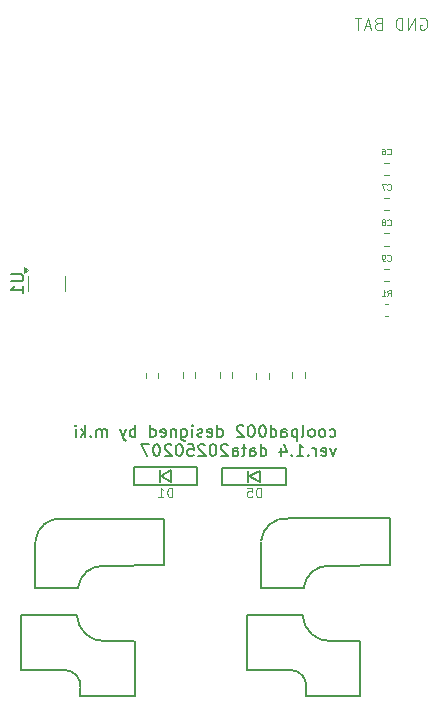
<source format=gbr>
%TF.GenerationSoftware,KiCad,Pcbnew,8.0.7*%
%TF.CreationDate,2025-02-07T09:21:37+09:00*%
%TF.ProjectId,coolpad002,636f6f6c-7061-4643-9030-322e6b696361,rev?*%
%TF.SameCoordinates,Original*%
%TF.FileFunction,Legend,Bot*%
%TF.FilePolarity,Positive*%
%FSLAX46Y46*%
G04 Gerber Fmt 4.6, Leading zero omitted, Abs format (unit mm)*
G04 Created by KiCad (PCBNEW 8.0.7) date 2025-02-07 09:21:37*
%MOMM*%
%LPD*%
G01*
G04 APERTURE LIST*
%ADD10C,0.100000*%
%ADD11C,0.150000*%
%ADD12C,0.125000*%
%ADD13C,0.062500*%
%ADD14C,0.120000*%
G04 APERTURE END LIST*
D10*
X154262306Y-16020038D02*
X154357544Y-15972419D01*
X154357544Y-15972419D02*
X154500401Y-15972419D01*
X154500401Y-15972419D02*
X154643258Y-16020038D01*
X154643258Y-16020038D02*
X154738496Y-16115276D01*
X154738496Y-16115276D02*
X154786115Y-16210514D01*
X154786115Y-16210514D02*
X154833734Y-16400990D01*
X154833734Y-16400990D02*
X154833734Y-16543847D01*
X154833734Y-16543847D02*
X154786115Y-16734323D01*
X154786115Y-16734323D02*
X154738496Y-16829561D01*
X154738496Y-16829561D02*
X154643258Y-16924800D01*
X154643258Y-16924800D02*
X154500401Y-16972419D01*
X154500401Y-16972419D02*
X154405163Y-16972419D01*
X154405163Y-16972419D02*
X154262306Y-16924800D01*
X154262306Y-16924800D02*
X154214687Y-16877180D01*
X154214687Y-16877180D02*
X154214687Y-16543847D01*
X154214687Y-16543847D02*
X154405163Y-16543847D01*
X153786115Y-16972419D02*
X153786115Y-15972419D01*
X153786115Y-15972419D02*
X153214687Y-16972419D01*
X153214687Y-16972419D02*
X153214687Y-15972419D01*
X152738496Y-16972419D02*
X152738496Y-15972419D01*
X152738496Y-15972419D02*
X152500401Y-15972419D01*
X152500401Y-15972419D02*
X152357544Y-16020038D01*
X152357544Y-16020038D02*
X152262306Y-16115276D01*
X152262306Y-16115276D02*
X152214687Y-16210514D01*
X152214687Y-16210514D02*
X152167068Y-16400990D01*
X152167068Y-16400990D02*
X152167068Y-16543847D01*
X152167068Y-16543847D02*
X152214687Y-16734323D01*
X152214687Y-16734323D02*
X152262306Y-16829561D01*
X152262306Y-16829561D02*
X152357544Y-16924800D01*
X152357544Y-16924800D02*
X152500401Y-16972419D01*
X152500401Y-16972419D02*
X152738496Y-16972419D01*
X150643258Y-16448609D02*
X150500401Y-16496228D01*
X150500401Y-16496228D02*
X150452782Y-16543847D01*
X150452782Y-16543847D02*
X150405163Y-16639085D01*
X150405163Y-16639085D02*
X150405163Y-16781942D01*
X150405163Y-16781942D02*
X150452782Y-16877180D01*
X150452782Y-16877180D02*
X150500401Y-16924800D01*
X150500401Y-16924800D02*
X150595639Y-16972419D01*
X150595639Y-16972419D02*
X150976591Y-16972419D01*
X150976591Y-16972419D02*
X150976591Y-15972419D01*
X150976591Y-15972419D02*
X150643258Y-15972419D01*
X150643258Y-15972419D02*
X150548020Y-16020038D01*
X150548020Y-16020038D02*
X150500401Y-16067657D01*
X150500401Y-16067657D02*
X150452782Y-16162895D01*
X150452782Y-16162895D02*
X150452782Y-16258133D01*
X150452782Y-16258133D02*
X150500401Y-16353371D01*
X150500401Y-16353371D02*
X150548020Y-16400990D01*
X150548020Y-16400990D02*
X150643258Y-16448609D01*
X150643258Y-16448609D02*
X150976591Y-16448609D01*
X150024210Y-16686704D02*
X149548020Y-16686704D01*
X150119448Y-16972419D02*
X149786115Y-15972419D01*
X149786115Y-15972419D02*
X149452782Y-16972419D01*
X149262305Y-15972419D02*
X148690877Y-15972419D01*
X148976591Y-16972419D02*
X148976591Y-15972419D01*
D11*
X146594649Y-51412256D02*
X146689887Y-51459875D01*
X146689887Y-51459875D02*
X146880363Y-51459875D01*
X146880363Y-51459875D02*
X146975601Y-51412256D01*
X146975601Y-51412256D02*
X147023220Y-51364636D01*
X147023220Y-51364636D02*
X147070839Y-51269398D01*
X147070839Y-51269398D02*
X147070839Y-50983684D01*
X147070839Y-50983684D02*
X147023220Y-50888446D01*
X147023220Y-50888446D02*
X146975601Y-50840827D01*
X146975601Y-50840827D02*
X146880363Y-50793208D01*
X146880363Y-50793208D02*
X146689887Y-50793208D01*
X146689887Y-50793208D02*
X146594649Y-50840827D01*
X146023220Y-51459875D02*
X146118458Y-51412256D01*
X146118458Y-51412256D02*
X146166077Y-51364636D01*
X146166077Y-51364636D02*
X146213696Y-51269398D01*
X146213696Y-51269398D02*
X146213696Y-50983684D01*
X146213696Y-50983684D02*
X146166077Y-50888446D01*
X146166077Y-50888446D02*
X146118458Y-50840827D01*
X146118458Y-50840827D02*
X146023220Y-50793208D01*
X146023220Y-50793208D02*
X145880363Y-50793208D01*
X145880363Y-50793208D02*
X145785125Y-50840827D01*
X145785125Y-50840827D02*
X145737506Y-50888446D01*
X145737506Y-50888446D02*
X145689887Y-50983684D01*
X145689887Y-50983684D02*
X145689887Y-51269398D01*
X145689887Y-51269398D02*
X145737506Y-51364636D01*
X145737506Y-51364636D02*
X145785125Y-51412256D01*
X145785125Y-51412256D02*
X145880363Y-51459875D01*
X145880363Y-51459875D02*
X146023220Y-51459875D01*
X145118458Y-51459875D02*
X145213696Y-51412256D01*
X145213696Y-51412256D02*
X145261315Y-51364636D01*
X145261315Y-51364636D02*
X145308934Y-51269398D01*
X145308934Y-51269398D02*
X145308934Y-50983684D01*
X145308934Y-50983684D02*
X145261315Y-50888446D01*
X145261315Y-50888446D02*
X145213696Y-50840827D01*
X145213696Y-50840827D02*
X145118458Y-50793208D01*
X145118458Y-50793208D02*
X144975601Y-50793208D01*
X144975601Y-50793208D02*
X144880363Y-50840827D01*
X144880363Y-50840827D02*
X144832744Y-50888446D01*
X144832744Y-50888446D02*
X144785125Y-50983684D01*
X144785125Y-50983684D02*
X144785125Y-51269398D01*
X144785125Y-51269398D02*
X144832744Y-51364636D01*
X144832744Y-51364636D02*
X144880363Y-51412256D01*
X144880363Y-51412256D02*
X144975601Y-51459875D01*
X144975601Y-51459875D02*
X145118458Y-51459875D01*
X144213696Y-51459875D02*
X144308934Y-51412256D01*
X144308934Y-51412256D02*
X144356553Y-51317017D01*
X144356553Y-51317017D02*
X144356553Y-50459875D01*
X143832743Y-50793208D02*
X143832743Y-51793208D01*
X143832743Y-50840827D02*
X143737505Y-50793208D01*
X143737505Y-50793208D02*
X143547029Y-50793208D01*
X143547029Y-50793208D02*
X143451791Y-50840827D01*
X143451791Y-50840827D02*
X143404172Y-50888446D01*
X143404172Y-50888446D02*
X143356553Y-50983684D01*
X143356553Y-50983684D02*
X143356553Y-51269398D01*
X143356553Y-51269398D02*
X143404172Y-51364636D01*
X143404172Y-51364636D02*
X143451791Y-51412256D01*
X143451791Y-51412256D02*
X143547029Y-51459875D01*
X143547029Y-51459875D02*
X143737505Y-51459875D01*
X143737505Y-51459875D02*
X143832743Y-51412256D01*
X142499410Y-51459875D02*
X142499410Y-50936065D01*
X142499410Y-50936065D02*
X142547029Y-50840827D01*
X142547029Y-50840827D02*
X142642267Y-50793208D01*
X142642267Y-50793208D02*
X142832743Y-50793208D01*
X142832743Y-50793208D02*
X142927981Y-50840827D01*
X142499410Y-51412256D02*
X142594648Y-51459875D01*
X142594648Y-51459875D02*
X142832743Y-51459875D01*
X142832743Y-51459875D02*
X142927981Y-51412256D01*
X142927981Y-51412256D02*
X142975600Y-51317017D01*
X142975600Y-51317017D02*
X142975600Y-51221779D01*
X142975600Y-51221779D02*
X142927981Y-51126541D01*
X142927981Y-51126541D02*
X142832743Y-51078922D01*
X142832743Y-51078922D02*
X142594648Y-51078922D01*
X142594648Y-51078922D02*
X142499410Y-51031303D01*
X141594648Y-51459875D02*
X141594648Y-50459875D01*
X141594648Y-51412256D02*
X141689886Y-51459875D01*
X141689886Y-51459875D02*
X141880362Y-51459875D01*
X141880362Y-51459875D02*
X141975600Y-51412256D01*
X141975600Y-51412256D02*
X142023219Y-51364636D01*
X142023219Y-51364636D02*
X142070838Y-51269398D01*
X142070838Y-51269398D02*
X142070838Y-50983684D01*
X142070838Y-50983684D02*
X142023219Y-50888446D01*
X142023219Y-50888446D02*
X141975600Y-50840827D01*
X141975600Y-50840827D02*
X141880362Y-50793208D01*
X141880362Y-50793208D02*
X141689886Y-50793208D01*
X141689886Y-50793208D02*
X141594648Y-50840827D01*
X140927981Y-50459875D02*
X140832743Y-50459875D01*
X140832743Y-50459875D02*
X140737505Y-50507494D01*
X140737505Y-50507494D02*
X140689886Y-50555113D01*
X140689886Y-50555113D02*
X140642267Y-50650351D01*
X140642267Y-50650351D02*
X140594648Y-50840827D01*
X140594648Y-50840827D02*
X140594648Y-51078922D01*
X140594648Y-51078922D02*
X140642267Y-51269398D01*
X140642267Y-51269398D02*
X140689886Y-51364636D01*
X140689886Y-51364636D02*
X140737505Y-51412256D01*
X140737505Y-51412256D02*
X140832743Y-51459875D01*
X140832743Y-51459875D02*
X140927981Y-51459875D01*
X140927981Y-51459875D02*
X141023219Y-51412256D01*
X141023219Y-51412256D02*
X141070838Y-51364636D01*
X141070838Y-51364636D02*
X141118457Y-51269398D01*
X141118457Y-51269398D02*
X141166076Y-51078922D01*
X141166076Y-51078922D02*
X141166076Y-50840827D01*
X141166076Y-50840827D02*
X141118457Y-50650351D01*
X141118457Y-50650351D02*
X141070838Y-50555113D01*
X141070838Y-50555113D02*
X141023219Y-50507494D01*
X141023219Y-50507494D02*
X140927981Y-50459875D01*
X139975600Y-50459875D02*
X139880362Y-50459875D01*
X139880362Y-50459875D02*
X139785124Y-50507494D01*
X139785124Y-50507494D02*
X139737505Y-50555113D01*
X139737505Y-50555113D02*
X139689886Y-50650351D01*
X139689886Y-50650351D02*
X139642267Y-50840827D01*
X139642267Y-50840827D02*
X139642267Y-51078922D01*
X139642267Y-51078922D02*
X139689886Y-51269398D01*
X139689886Y-51269398D02*
X139737505Y-51364636D01*
X139737505Y-51364636D02*
X139785124Y-51412256D01*
X139785124Y-51412256D02*
X139880362Y-51459875D01*
X139880362Y-51459875D02*
X139975600Y-51459875D01*
X139975600Y-51459875D02*
X140070838Y-51412256D01*
X140070838Y-51412256D02*
X140118457Y-51364636D01*
X140118457Y-51364636D02*
X140166076Y-51269398D01*
X140166076Y-51269398D02*
X140213695Y-51078922D01*
X140213695Y-51078922D02*
X140213695Y-50840827D01*
X140213695Y-50840827D02*
X140166076Y-50650351D01*
X140166076Y-50650351D02*
X140118457Y-50555113D01*
X140118457Y-50555113D02*
X140070838Y-50507494D01*
X140070838Y-50507494D02*
X139975600Y-50459875D01*
X139261314Y-50555113D02*
X139213695Y-50507494D01*
X139213695Y-50507494D02*
X139118457Y-50459875D01*
X139118457Y-50459875D02*
X138880362Y-50459875D01*
X138880362Y-50459875D02*
X138785124Y-50507494D01*
X138785124Y-50507494D02*
X138737505Y-50555113D01*
X138737505Y-50555113D02*
X138689886Y-50650351D01*
X138689886Y-50650351D02*
X138689886Y-50745589D01*
X138689886Y-50745589D02*
X138737505Y-50888446D01*
X138737505Y-50888446D02*
X139308933Y-51459875D01*
X139308933Y-51459875D02*
X138689886Y-51459875D01*
X137070838Y-51459875D02*
X137070838Y-50459875D01*
X137070838Y-51412256D02*
X137166076Y-51459875D01*
X137166076Y-51459875D02*
X137356552Y-51459875D01*
X137356552Y-51459875D02*
X137451790Y-51412256D01*
X137451790Y-51412256D02*
X137499409Y-51364636D01*
X137499409Y-51364636D02*
X137547028Y-51269398D01*
X137547028Y-51269398D02*
X137547028Y-50983684D01*
X137547028Y-50983684D02*
X137499409Y-50888446D01*
X137499409Y-50888446D02*
X137451790Y-50840827D01*
X137451790Y-50840827D02*
X137356552Y-50793208D01*
X137356552Y-50793208D02*
X137166076Y-50793208D01*
X137166076Y-50793208D02*
X137070838Y-50840827D01*
X136213695Y-51412256D02*
X136308933Y-51459875D01*
X136308933Y-51459875D02*
X136499409Y-51459875D01*
X136499409Y-51459875D02*
X136594647Y-51412256D01*
X136594647Y-51412256D02*
X136642266Y-51317017D01*
X136642266Y-51317017D02*
X136642266Y-50936065D01*
X136642266Y-50936065D02*
X136594647Y-50840827D01*
X136594647Y-50840827D02*
X136499409Y-50793208D01*
X136499409Y-50793208D02*
X136308933Y-50793208D01*
X136308933Y-50793208D02*
X136213695Y-50840827D01*
X136213695Y-50840827D02*
X136166076Y-50936065D01*
X136166076Y-50936065D02*
X136166076Y-51031303D01*
X136166076Y-51031303D02*
X136642266Y-51126541D01*
X135785123Y-51412256D02*
X135689885Y-51459875D01*
X135689885Y-51459875D02*
X135499409Y-51459875D01*
X135499409Y-51459875D02*
X135404171Y-51412256D01*
X135404171Y-51412256D02*
X135356552Y-51317017D01*
X135356552Y-51317017D02*
X135356552Y-51269398D01*
X135356552Y-51269398D02*
X135404171Y-51174160D01*
X135404171Y-51174160D02*
X135499409Y-51126541D01*
X135499409Y-51126541D02*
X135642266Y-51126541D01*
X135642266Y-51126541D02*
X135737504Y-51078922D01*
X135737504Y-51078922D02*
X135785123Y-50983684D01*
X135785123Y-50983684D02*
X135785123Y-50936065D01*
X135785123Y-50936065D02*
X135737504Y-50840827D01*
X135737504Y-50840827D02*
X135642266Y-50793208D01*
X135642266Y-50793208D02*
X135499409Y-50793208D01*
X135499409Y-50793208D02*
X135404171Y-50840827D01*
X134927980Y-51459875D02*
X134927980Y-50793208D01*
X134927980Y-50459875D02*
X134975599Y-50507494D01*
X134975599Y-50507494D02*
X134927980Y-50555113D01*
X134927980Y-50555113D02*
X134880361Y-50507494D01*
X134880361Y-50507494D02*
X134927980Y-50459875D01*
X134927980Y-50459875D02*
X134927980Y-50555113D01*
X134023219Y-50793208D02*
X134023219Y-51602732D01*
X134023219Y-51602732D02*
X134070838Y-51697970D01*
X134070838Y-51697970D02*
X134118457Y-51745589D01*
X134118457Y-51745589D02*
X134213695Y-51793208D01*
X134213695Y-51793208D02*
X134356552Y-51793208D01*
X134356552Y-51793208D02*
X134451790Y-51745589D01*
X134023219Y-51412256D02*
X134118457Y-51459875D01*
X134118457Y-51459875D02*
X134308933Y-51459875D01*
X134308933Y-51459875D02*
X134404171Y-51412256D01*
X134404171Y-51412256D02*
X134451790Y-51364636D01*
X134451790Y-51364636D02*
X134499409Y-51269398D01*
X134499409Y-51269398D02*
X134499409Y-50983684D01*
X134499409Y-50983684D02*
X134451790Y-50888446D01*
X134451790Y-50888446D02*
X134404171Y-50840827D01*
X134404171Y-50840827D02*
X134308933Y-50793208D01*
X134308933Y-50793208D02*
X134118457Y-50793208D01*
X134118457Y-50793208D02*
X134023219Y-50840827D01*
X133547028Y-50793208D02*
X133547028Y-51459875D01*
X133547028Y-50888446D02*
X133499409Y-50840827D01*
X133499409Y-50840827D02*
X133404171Y-50793208D01*
X133404171Y-50793208D02*
X133261314Y-50793208D01*
X133261314Y-50793208D02*
X133166076Y-50840827D01*
X133166076Y-50840827D02*
X133118457Y-50936065D01*
X133118457Y-50936065D02*
X133118457Y-51459875D01*
X132261314Y-51412256D02*
X132356552Y-51459875D01*
X132356552Y-51459875D02*
X132547028Y-51459875D01*
X132547028Y-51459875D02*
X132642266Y-51412256D01*
X132642266Y-51412256D02*
X132689885Y-51317017D01*
X132689885Y-51317017D02*
X132689885Y-50936065D01*
X132689885Y-50936065D02*
X132642266Y-50840827D01*
X132642266Y-50840827D02*
X132547028Y-50793208D01*
X132547028Y-50793208D02*
X132356552Y-50793208D01*
X132356552Y-50793208D02*
X132261314Y-50840827D01*
X132261314Y-50840827D02*
X132213695Y-50936065D01*
X132213695Y-50936065D02*
X132213695Y-51031303D01*
X132213695Y-51031303D02*
X132689885Y-51126541D01*
X131356552Y-51459875D02*
X131356552Y-50459875D01*
X131356552Y-51412256D02*
X131451790Y-51459875D01*
X131451790Y-51459875D02*
X131642266Y-51459875D01*
X131642266Y-51459875D02*
X131737504Y-51412256D01*
X131737504Y-51412256D02*
X131785123Y-51364636D01*
X131785123Y-51364636D02*
X131832742Y-51269398D01*
X131832742Y-51269398D02*
X131832742Y-50983684D01*
X131832742Y-50983684D02*
X131785123Y-50888446D01*
X131785123Y-50888446D02*
X131737504Y-50840827D01*
X131737504Y-50840827D02*
X131642266Y-50793208D01*
X131642266Y-50793208D02*
X131451790Y-50793208D01*
X131451790Y-50793208D02*
X131356552Y-50840827D01*
X130118456Y-51459875D02*
X130118456Y-50459875D01*
X130118456Y-50840827D02*
X130023218Y-50793208D01*
X130023218Y-50793208D02*
X129832742Y-50793208D01*
X129832742Y-50793208D02*
X129737504Y-50840827D01*
X129737504Y-50840827D02*
X129689885Y-50888446D01*
X129689885Y-50888446D02*
X129642266Y-50983684D01*
X129642266Y-50983684D02*
X129642266Y-51269398D01*
X129642266Y-51269398D02*
X129689885Y-51364636D01*
X129689885Y-51364636D02*
X129737504Y-51412256D01*
X129737504Y-51412256D02*
X129832742Y-51459875D01*
X129832742Y-51459875D02*
X130023218Y-51459875D01*
X130023218Y-51459875D02*
X130118456Y-51412256D01*
X129308932Y-50793208D02*
X129070837Y-51459875D01*
X128832742Y-50793208D02*
X129070837Y-51459875D01*
X129070837Y-51459875D02*
X129166075Y-51697970D01*
X129166075Y-51697970D02*
X129213694Y-51745589D01*
X129213694Y-51745589D02*
X129308932Y-51793208D01*
X127689884Y-51459875D02*
X127689884Y-50793208D01*
X127689884Y-50888446D02*
X127642265Y-50840827D01*
X127642265Y-50840827D02*
X127547027Y-50793208D01*
X127547027Y-50793208D02*
X127404170Y-50793208D01*
X127404170Y-50793208D02*
X127308932Y-50840827D01*
X127308932Y-50840827D02*
X127261313Y-50936065D01*
X127261313Y-50936065D02*
X127261313Y-51459875D01*
X127261313Y-50936065D02*
X127213694Y-50840827D01*
X127213694Y-50840827D02*
X127118456Y-50793208D01*
X127118456Y-50793208D02*
X126975599Y-50793208D01*
X126975599Y-50793208D02*
X126880360Y-50840827D01*
X126880360Y-50840827D02*
X126832741Y-50936065D01*
X126832741Y-50936065D02*
X126832741Y-51459875D01*
X126356551Y-51364636D02*
X126308932Y-51412256D01*
X126308932Y-51412256D02*
X126356551Y-51459875D01*
X126356551Y-51459875D02*
X126404170Y-51412256D01*
X126404170Y-51412256D02*
X126356551Y-51364636D01*
X126356551Y-51364636D02*
X126356551Y-51459875D01*
X125880361Y-51459875D02*
X125880361Y-50459875D01*
X125785123Y-51078922D02*
X125499409Y-51459875D01*
X125499409Y-50793208D02*
X125880361Y-51174160D01*
X125070837Y-51459875D02*
X125070837Y-50793208D01*
X125070837Y-50459875D02*
X125118456Y-50507494D01*
X125118456Y-50507494D02*
X125070837Y-50555113D01*
X125070837Y-50555113D02*
X125023218Y-50507494D01*
X125023218Y-50507494D02*
X125070837Y-50459875D01*
X125070837Y-50459875D02*
X125070837Y-50555113D01*
X147118458Y-52403152D02*
X146880363Y-53069819D01*
X146880363Y-53069819D02*
X146642268Y-52403152D01*
X145880363Y-53022200D02*
X145975601Y-53069819D01*
X145975601Y-53069819D02*
X146166077Y-53069819D01*
X146166077Y-53069819D02*
X146261315Y-53022200D01*
X146261315Y-53022200D02*
X146308934Y-52926961D01*
X146308934Y-52926961D02*
X146308934Y-52546009D01*
X146308934Y-52546009D02*
X146261315Y-52450771D01*
X146261315Y-52450771D02*
X146166077Y-52403152D01*
X146166077Y-52403152D02*
X145975601Y-52403152D01*
X145975601Y-52403152D02*
X145880363Y-52450771D01*
X145880363Y-52450771D02*
X145832744Y-52546009D01*
X145832744Y-52546009D02*
X145832744Y-52641247D01*
X145832744Y-52641247D02*
X146308934Y-52736485D01*
X145404172Y-53069819D02*
X145404172Y-52403152D01*
X145404172Y-52593628D02*
X145356553Y-52498390D01*
X145356553Y-52498390D02*
X145308934Y-52450771D01*
X145308934Y-52450771D02*
X145213696Y-52403152D01*
X145213696Y-52403152D02*
X145118458Y-52403152D01*
X144785124Y-52974580D02*
X144737505Y-53022200D01*
X144737505Y-53022200D02*
X144785124Y-53069819D01*
X144785124Y-53069819D02*
X144832743Y-53022200D01*
X144832743Y-53022200D02*
X144785124Y-52974580D01*
X144785124Y-52974580D02*
X144785124Y-53069819D01*
X143785125Y-53069819D02*
X144356553Y-53069819D01*
X144070839Y-53069819D02*
X144070839Y-52069819D01*
X144070839Y-52069819D02*
X144166077Y-52212676D01*
X144166077Y-52212676D02*
X144261315Y-52307914D01*
X144261315Y-52307914D02*
X144356553Y-52355533D01*
X143356553Y-52974580D02*
X143308934Y-53022200D01*
X143308934Y-53022200D02*
X143356553Y-53069819D01*
X143356553Y-53069819D02*
X143404172Y-53022200D01*
X143404172Y-53022200D02*
X143356553Y-52974580D01*
X143356553Y-52974580D02*
X143356553Y-53069819D01*
X142451792Y-52403152D02*
X142451792Y-53069819D01*
X142689887Y-52022200D02*
X142927982Y-52736485D01*
X142927982Y-52736485D02*
X142308935Y-52736485D01*
X140737506Y-53069819D02*
X140737506Y-52069819D01*
X140737506Y-53022200D02*
X140832744Y-53069819D01*
X140832744Y-53069819D02*
X141023220Y-53069819D01*
X141023220Y-53069819D02*
X141118458Y-53022200D01*
X141118458Y-53022200D02*
X141166077Y-52974580D01*
X141166077Y-52974580D02*
X141213696Y-52879342D01*
X141213696Y-52879342D02*
X141213696Y-52593628D01*
X141213696Y-52593628D02*
X141166077Y-52498390D01*
X141166077Y-52498390D02*
X141118458Y-52450771D01*
X141118458Y-52450771D02*
X141023220Y-52403152D01*
X141023220Y-52403152D02*
X140832744Y-52403152D01*
X140832744Y-52403152D02*
X140737506Y-52450771D01*
X139832744Y-53069819D02*
X139832744Y-52546009D01*
X139832744Y-52546009D02*
X139880363Y-52450771D01*
X139880363Y-52450771D02*
X139975601Y-52403152D01*
X139975601Y-52403152D02*
X140166077Y-52403152D01*
X140166077Y-52403152D02*
X140261315Y-52450771D01*
X139832744Y-53022200D02*
X139927982Y-53069819D01*
X139927982Y-53069819D02*
X140166077Y-53069819D01*
X140166077Y-53069819D02*
X140261315Y-53022200D01*
X140261315Y-53022200D02*
X140308934Y-52926961D01*
X140308934Y-52926961D02*
X140308934Y-52831723D01*
X140308934Y-52831723D02*
X140261315Y-52736485D01*
X140261315Y-52736485D02*
X140166077Y-52688866D01*
X140166077Y-52688866D02*
X139927982Y-52688866D01*
X139927982Y-52688866D02*
X139832744Y-52641247D01*
X139499410Y-52403152D02*
X139118458Y-52403152D01*
X139356553Y-52069819D02*
X139356553Y-52926961D01*
X139356553Y-52926961D02*
X139308934Y-53022200D01*
X139308934Y-53022200D02*
X139213696Y-53069819D01*
X139213696Y-53069819D02*
X139118458Y-53069819D01*
X138356553Y-53069819D02*
X138356553Y-52546009D01*
X138356553Y-52546009D02*
X138404172Y-52450771D01*
X138404172Y-52450771D02*
X138499410Y-52403152D01*
X138499410Y-52403152D02*
X138689886Y-52403152D01*
X138689886Y-52403152D02*
X138785124Y-52450771D01*
X138356553Y-53022200D02*
X138451791Y-53069819D01*
X138451791Y-53069819D02*
X138689886Y-53069819D01*
X138689886Y-53069819D02*
X138785124Y-53022200D01*
X138785124Y-53022200D02*
X138832743Y-52926961D01*
X138832743Y-52926961D02*
X138832743Y-52831723D01*
X138832743Y-52831723D02*
X138785124Y-52736485D01*
X138785124Y-52736485D02*
X138689886Y-52688866D01*
X138689886Y-52688866D02*
X138451791Y-52688866D01*
X138451791Y-52688866D02*
X138356553Y-52641247D01*
X137927981Y-52165057D02*
X137880362Y-52117438D01*
X137880362Y-52117438D02*
X137785124Y-52069819D01*
X137785124Y-52069819D02*
X137547029Y-52069819D01*
X137547029Y-52069819D02*
X137451791Y-52117438D01*
X137451791Y-52117438D02*
X137404172Y-52165057D01*
X137404172Y-52165057D02*
X137356553Y-52260295D01*
X137356553Y-52260295D02*
X137356553Y-52355533D01*
X137356553Y-52355533D02*
X137404172Y-52498390D01*
X137404172Y-52498390D02*
X137975600Y-53069819D01*
X137975600Y-53069819D02*
X137356553Y-53069819D01*
X136737505Y-52069819D02*
X136642267Y-52069819D01*
X136642267Y-52069819D02*
X136547029Y-52117438D01*
X136547029Y-52117438D02*
X136499410Y-52165057D01*
X136499410Y-52165057D02*
X136451791Y-52260295D01*
X136451791Y-52260295D02*
X136404172Y-52450771D01*
X136404172Y-52450771D02*
X136404172Y-52688866D01*
X136404172Y-52688866D02*
X136451791Y-52879342D01*
X136451791Y-52879342D02*
X136499410Y-52974580D01*
X136499410Y-52974580D02*
X136547029Y-53022200D01*
X136547029Y-53022200D02*
X136642267Y-53069819D01*
X136642267Y-53069819D02*
X136737505Y-53069819D01*
X136737505Y-53069819D02*
X136832743Y-53022200D01*
X136832743Y-53022200D02*
X136880362Y-52974580D01*
X136880362Y-52974580D02*
X136927981Y-52879342D01*
X136927981Y-52879342D02*
X136975600Y-52688866D01*
X136975600Y-52688866D02*
X136975600Y-52450771D01*
X136975600Y-52450771D02*
X136927981Y-52260295D01*
X136927981Y-52260295D02*
X136880362Y-52165057D01*
X136880362Y-52165057D02*
X136832743Y-52117438D01*
X136832743Y-52117438D02*
X136737505Y-52069819D01*
X136023219Y-52165057D02*
X135975600Y-52117438D01*
X135975600Y-52117438D02*
X135880362Y-52069819D01*
X135880362Y-52069819D02*
X135642267Y-52069819D01*
X135642267Y-52069819D02*
X135547029Y-52117438D01*
X135547029Y-52117438D02*
X135499410Y-52165057D01*
X135499410Y-52165057D02*
X135451791Y-52260295D01*
X135451791Y-52260295D02*
X135451791Y-52355533D01*
X135451791Y-52355533D02*
X135499410Y-52498390D01*
X135499410Y-52498390D02*
X136070838Y-53069819D01*
X136070838Y-53069819D02*
X135451791Y-53069819D01*
X134547029Y-52069819D02*
X135023219Y-52069819D01*
X135023219Y-52069819D02*
X135070838Y-52546009D01*
X135070838Y-52546009D02*
X135023219Y-52498390D01*
X135023219Y-52498390D02*
X134927981Y-52450771D01*
X134927981Y-52450771D02*
X134689886Y-52450771D01*
X134689886Y-52450771D02*
X134594648Y-52498390D01*
X134594648Y-52498390D02*
X134547029Y-52546009D01*
X134547029Y-52546009D02*
X134499410Y-52641247D01*
X134499410Y-52641247D02*
X134499410Y-52879342D01*
X134499410Y-52879342D02*
X134547029Y-52974580D01*
X134547029Y-52974580D02*
X134594648Y-53022200D01*
X134594648Y-53022200D02*
X134689886Y-53069819D01*
X134689886Y-53069819D02*
X134927981Y-53069819D01*
X134927981Y-53069819D02*
X135023219Y-53022200D01*
X135023219Y-53022200D02*
X135070838Y-52974580D01*
X133880362Y-52069819D02*
X133785124Y-52069819D01*
X133785124Y-52069819D02*
X133689886Y-52117438D01*
X133689886Y-52117438D02*
X133642267Y-52165057D01*
X133642267Y-52165057D02*
X133594648Y-52260295D01*
X133594648Y-52260295D02*
X133547029Y-52450771D01*
X133547029Y-52450771D02*
X133547029Y-52688866D01*
X133547029Y-52688866D02*
X133594648Y-52879342D01*
X133594648Y-52879342D02*
X133642267Y-52974580D01*
X133642267Y-52974580D02*
X133689886Y-53022200D01*
X133689886Y-53022200D02*
X133785124Y-53069819D01*
X133785124Y-53069819D02*
X133880362Y-53069819D01*
X133880362Y-53069819D02*
X133975600Y-53022200D01*
X133975600Y-53022200D02*
X134023219Y-52974580D01*
X134023219Y-52974580D02*
X134070838Y-52879342D01*
X134070838Y-52879342D02*
X134118457Y-52688866D01*
X134118457Y-52688866D02*
X134118457Y-52450771D01*
X134118457Y-52450771D02*
X134070838Y-52260295D01*
X134070838Y-52260295D02*
X134023219Y-52165057D01*
X134023219Y-52165057D02*
X133975600Y-52117438D01*
X133975600Y-52117438D02*
X133880362Y-52069819D01*
X133166076Y-52165057D02*
X133118457Y-52117438D01*
X133118457Y-52117438D02*
X133023219Y-52069819D01*
X133023219Y-52069819D02*
X132785124Y-52069819D01*
X132785124Y-52069819D02*
X132689886Y-52117438D01*
X132689886Y-52117438D02*
X132642267Y-52165057D01*
X132642267Y-52165057D02*
X132594648Y-52260295D01*
X132594648Y-52260295D02*
X132594648Y-52355533D01*
X132594648Y-52355533D02*
X132642267Y-52498390D01*
X132642267Y-52498390D02*
X133213695Y-53069819D01*
X133213695Y-53069819D02*
X132594648Y-53069819D01*
X131975600Y-52069819D02*
X131880362Y-52069819D01*
X131880362Y-52069819D02*
X131785124Y-52117438D01*
X131785124Y-52117438D02*
X131737505Y-52165057D01*
X131737505Y-52165057D02*
X131689886Y-52260295D01*
X131689886Y-52260295D02*
X131642267Y-52450771D01*
X131642267Y-52450771D02*
X131642267Y-52688866D01*
X131642267Y-52688866D02*
X131689886Y-52879342D01*
X131689886Y-52879342D02*
X131737505Y-52974580D01*
X131737505Y-52974580D02*
X131785124Y-53022200D01*
X131785124Y-53022200D02*
X131880362Y-53069819D01*
X131880362Y-53069819D02*
X131975600Y-53069819D01*
X131975600Y-53069819D02*
X132070838Y-53022200D01*
X132070838Y-53022200D02*
X132118457Y-52974580D01*
X132118457Y-52974580D02*
X132166076Y-52879342D01*
X132166076Y-52879342D02*
X132213695Y-52688866D01*
X132213695Y-52688866D02*
X132213695Y-52450771D01*
X132213695Y-52450771D02*
X132166076Y-52260295D01*
X132166076Y-52260295D02*
X132118457Y-52165057D01*
X132118457Y-52165057D02*
X132070838Y-52117438D01*
X132070838Y-52117438D02*
X131975600Y-52069819D01*
X131308933Y-52069819D02*
X130642267Y-52069819D01*
X130642267Y-52069819D02*
X131070838Y-53069819D01*
D12*
X133270475Y-56543595D02*
X133270475Y-55743595D01*
X133270475Y-55743595D02*
X133079999Y-55743595D01*
X133079999Y-55743595D02*
X132965713Y-55781690D01*
X132965713Y-55781690D02*
X132889523Y-55857880D01*
X132889523Y-55857880D02*
X132851428Y-55934071D01*
X132851428Y-55934071D02*
X132813332Y-56086452D01*
X132813332Y-56086452D02*
X132813332Y-56200738D01*
X132813332Y-56200738D02*
X132851428Y-56353119D01*
X132851428Y-56353119D02*
X132889523Y-56429309D01*
X132889523Y-56429309D02*
X132965713Y-56505500D01*
X132965713Y-56505500D02*
X133079999Y-56543595D01*
X133079999Y-56543595D02*
X133270475Y-56543595D01*
X132051428Y-56543595D02*
X132508571Y-56543595D01*
X132279999Y-56543595D02*
X132279999Y-55743595D01*
X132279999Y-55743595D02*
X132356190Y-55857880D01*
X132356190Y-55857880D02*
X132432380Y-55934071D01*
X132432380Y-55934071D02*
X132508571Y-55972166D01*
X140765475Y-56573595D02*
X140765475Y-55773595D01*
X140765475Y-55773595D02*
X140574999Y-55773595D01*
X140574999Y-55773595D02*
X140460713Y-55811690D01*
X140460713Y-55811690D02*
X140384523Y-55887880D01*
X140384523Y-55887880D02*
X140346428Y-55964071D01*
X140346428Y-55964071D02*
X140308332Y-56116452D01*
X140308332Y-56116452D02*
X140308332Y-56230738D01*
X140308332Y-56230738D02*
X140346428Y-56383119D01*
X140346428Y-56383119D02*
X140384523Y-56459309D01*
X140384523Y-56459309D02*
X140460713Y-56535500D01*
X140460713Y-56535500D02*
X140574999Y-56573595D01*
X140574999Y-56573595D02*
X140765475Y-56573595D01*
X139584523Y-55773595D02*
X139965475Y-55773595D01*
X139965475Y-55773595D02*
X140003571Y-56154547D01*
X140003571Y-56154547D02*
X139965475Y-56116452D01*
X139965475Y-56116452D02*
X139889285Y-56078357D01*
X139889285Y-56078357D02*
X139698809Y-56078357D01*
X139698809Y-56078357D02*
X139622618Y-56116452D01*
X139622618Y-56116452D02*
X139584523Y-56154547D01*
X139584523Y-56154547D02*
X139546428Y-56230738D01*
X139546428Y-56230738D02*
X139546428Y-56421214D01*
X139546428Y-56421214D02*
X139584523Y-56497404D01*
X139584523Y-56497404D02*
X139622618Y-56535500D01*
X139622618Y-56535500D02*
X139698809Y-56573595D01*
X139698809Y-56573595D02*
X139889285Y-56573595D01*
X139889285Y-56573595D02*
X139965475Y-56535500D01*
X139965475Y-56535500D02*
X140003571Y-56497404D01*
D13*
X151473333Y-30500440D02*
X151497142Y-30524250D01*
X151497142Y-30524250D02*
X151568571Y-30548059D01*
X151568571Y-30548059D02*
X151616190Y-30548059D01*
X151616190Y-30548059D02*
X151687618Y-30524250D01*
X151687618Y-30524250D02*
X151735237Y-30476630D01*
X151735237Y-30476630D02*
X151759047Y-30429011D01*
X151759047Y-30429011D02*
X151782856Y-30333773D01*
X151782856Y-30333773D02*
X151782856Y-30262345D01*
X151782856Y-30262345D02*
X151759047Y-30167107D01*
X151759047Y-30167107D02*
X151735237Y-30119488D01*
X151735237Y-30119488D02*
X151687618Y-30071869D01*
X151687618Y-30071869D02*
X151616190Y-30048059D01*
X151616190Y-30048059D02*
X151568571Y-30048059D01*
X151568571Y-30048059D02*
X151497142Y-30071869D01*
X151497142Y-30071869D02*
X151473333Y-30095678D01*
X151306666Y-30048059D02*
X150973333Y-30048059D01*
X150973333Y-30048059D02*
X151187618Y-30548059D01*
X151473333Y-36500440D02*
X151497142Y-36524250D01*
X151497142Y-36524250D02*
X151568571Y-36548059D01*
X151568571Y-36548059D02*
X151616190Y-36548059D01*
X151616190Y-36548059D02*
X151687618Y-36524250D01*
X151687618Y-36524250D02*
X151735237Y-36476630D01*
X151735237Y-36476630D02*
X151759047Y-36429011D01*
X151759047Y-36429011D02*
X151782856Y-36333773D01*
X151782856Y-36333773D02*
X151782856Y-36262345D01*
X151782856Y-36262345D02*
X151759047Y-36167107D01*
X151759047Y-36167107D02*
X151735237Y-36119488D01*
X151735237Y-36119488D02*
X151687618Y-36071869D01*
X151687618Y-36071869D02*
X151616190Y-36048059D01*
X151616190Y-36048059D02*
X151568571Y-36048059D01*
X151568571Y-36048059D02*
X151497142Y-36071869D01*
X151497142Y-36071869D02*
X151473333Y-36095678D01*
X151235237Y-36548059D02*
X151139999Y-36548059D01*
X151139999Y-36548059D02*
X151092380Y-36524250D01*
X151092380Y-36524250D02*
X151068571Y-36500440D01*
X151068571Y-36500440D02*
X151020952Y-36429011D01*
X151020952Y-36429011D02*
X150997142Y-36333773D01*
X150997142Y-36333773D02*
X150997142Y-36143297D01*
X150997142Y-36143297D02*
X151020952Y-36095678D01*
X151020952Y-36095678D02*
X151044761Y-36071869D01*
X151044761Y-36071869D02*
X151092380Y-36048059D01*
X151092380Y-36048059D02*
X151187618Y-36048059D01*
X151187618Y-36048059D02*
X151235237Y-36071869D01*
X151235237Y-36071869D02*
X151259047Y-36095678D01*
X151259047Y-36095678D02*
X151282856Y-36143297D01*
X151282856Y-36143297D02*
X151282856Y-36262345D01*
X151282856Y-36262345D02*
X151259047Y-36309964D01*
X151259047Y-36309964D02*
X151235237Y-36333773D01*
X151235237Y-36333773D02*
X151187618Y-36357583D01*
X151187618Y-36357583D02*
X151092380Y-36357583D01*
X151092380Y-36357583D02*
X151044761Y-36333773D01*
X151044761Y-36333773D02*
X151020952Y-36309964D01*
X151020952Y-36309964D02*
X150997142Y-36262345D01*
D11*
X119624819Y-37700595D02*
X120434342Y-37700595D01*
X120434342Y-37700595D02*
X120529580Y-37748214D01*
X120529580Y-37748214D02*
X120577200Y-37795833D01*
X120577200Y-37795833D02*
X120624819Y-37891071D01*
X120624819Y-37891071D02*
X120624819Y-38081547D01*
X120624819Y-38081547D02*
X120577200Y-38176785D01*
X120577200Y-38176785D02*
X120529580Y-38224404D01*
X120529580Y-38224404D02*
X120434342Y-38272023D01*
X120434342Y-38272023D02*
X119624819Y-38272023D01*
X120624819Y-39272023D02*
X120624819Y-38700595D01*
X120624819Y-38986309D02*
X119624819Y-38986309D01*
X119624819Y-38986309D02*
X119767676Y-38891071D01*
X119767676Y-38891071D02*
X119862914Y-38795833D01*
X119862914Y-38795833D02*
X119910533Y-38700595D01*
D13*
X151473333Y-33500440D02*
X151497142Y-33524250D01*
X151497142Y-33524250D02*
X151568571Y-33548059D01*
X151568571Y-33548059D02*
X151616190Y-33548059D01*
X151616190Y-33548059D02*
X151687618Y-33524250D01*
X151687618Y-33524250D02*
X151735237Y-33476630D01*
X151735237Y-33476630D02*
X151759047Y-33429011D01*
X151759047Y-33429011D02*
X151782856Y-33333773D01*
X151782856Y-33333773D02*
X151782856Y-33262345D01*
X151782856Y-33262345D02*
X151759047Y-33167107D01*
X151759047Y-33167107D02*
X151735237Y-33119488D01*
X151735237Y-33119488D02*
X151687618Y-33071869D01*
X151687618Y-33071869D02*
X151616190Y-33048059D01*
X151616190Y-33048059D02*
X151568571Y-33048059D01*
X151568571Y-33048059D02*
X151497142Y-33071869D01*
X151497142Y-33071869D02*
X151473333Y-33095678D01*
X151187618Y-33262345D02*
X151235237Y-33238535D01*
X151235237Y-33238535D02*
X151259047Y-33214726D01*
X151259047Y-33214726D02*
X151282856Y-33167107D01*
X151282856Y-33167107D02*
X151282856Y-33143297D01*
X151282856Y-33143297D02*
X151259047Y-33095678D01*
X151259047Y-33095678D02*
X151235237Y-33071869D01*
X151235237Y-33071869D02*
X151187618Y-33048059D01*
X151187618Y-33048059D02*
X151092380Y-33048059D01*
X151092380Y-33048059D02*
X151044761Y-33071869D01*
X151044761Y-33071869D02*
X151020952Y-33095678D01*
X151020952Y-33095678D02*
X150997142Y-33143297D01*
X150997142Y-33143297D02*
X150997142Y-33167107D01*
X150997142Y-33167107D02*
X151020952Y-33214726D01*
X151020952Y-33214726D02*
X151044761Y-33238535D01*
X151044761Y-33238535D02*
X151092380Y-33262345D01*
X151092380Y-33262345D02*
X151187618Y-33262345D01*
X151187618Y-33262345D02*
X151235237Y-33286154D01*
X151235237Y-33286154D02*
X151259047Y-33309964D01*
X151259047Y-33309964D02*
X151282856Y-33357583D01*
X151282856Y-33357583D02*
X151282856Y-33452821D01*
X151282856Y-33452821D02*
X151259047Y-33500440D01*
X151259047Y-33500440D02*
X151235237Y-33524250D01*
X151235237Y-33524250D02*
X151187618Y-33548059D01*
X151187618Y-33548059D02*
X151092380Y-33548059D01*
X151092380Y-33548059D02*
X151044761Y-33524250D01*
X151044761Y-33524250D02*
X151020952Y-33500440D01*
X151020952Y-33500440D02*
X150997142Y-33452821D01*
X150997142Y-33452821D02*
X150997142Y-33357583D01*
X150997142Y-33357583D02*
X151020952Y-33309964D01*
X151020952Y-33309964D02*
X151044761Y-33286154D01*
X151044761Y-33286154D02*
X151092380Y-33262345D01*
X151473333Y-27500440D02*
X151497142Y-27524250D01*
X151497142Y-27524250D02*
X151568571Y-27548059D01*
X151568571Y-27548059D02*
X151616190Y-27548059D01*
X151616190Y-27548059D02*
X151687618Y-27524250D01*
X151687618Y-27524250D02*
X151735237Y-27476630D01*
X151735237Y-27476630D02*
X151759047Y-27429011D01*
X151759047Y-27429011D02*
X151782856Y-27333773D01*
X151782856Y-27333773D02*
X151782856Y-27262345D01*
X151782856Y-27262345D02*
X151759047Y-27167107D01*
X151759047Y-27167107D02*
X151735237Y-27119488D01*
X151735237Y-27119488D02*
X151687618Y-27071869D01*
X151687618Y-27071869D02*
X151616190Y-27048059D01*
X151616190Y-27048059D02*
X151568571Y-27048059D01*
X151568571Y-27048059D02*
X151497142Y-27071869D01*
X151497142Y-27071869D02*
X151473333Y-27095678D01*
X151044761Y-27048059D02*
X151139999Y-27048059D01*
X151139999Y-27048059D02*
X151187618Y-27071869D01*
X151187618Y-27071869D02*
X151211428Y-27095678D01*
X151211428Y-27095678D02*
X151259047Y-27167107D01*
X151259047Y-27167107D02*
X151282856Y-27262345D01*
X151282856Y-27262345D02*
X151282856Y-27452821D01*
X151282856Y-27452821D02*
X151259047Y-27500440D01*
X151259047Y-27500440D02*
X151235237Y-27524250D01*
X151235237Y-27524250D02*
X151187618Y-27548059D01*
X151187618Y-27548059D02*
X151092380Y-27548059D01*
X151092380Y-27548059D02*
X151044761Y-27524250D01*
X151044761Y-27524250D02*
X151020952Y-27500440D01*
X151020952Y-27500440D02*
X150997142Y-27452821D01*
X150997142Y-27452821D02*
X150997142Y-27333773D01*
X150997142Y-27333773D02*
X151020952Y-27286154D01*
X151020952Y-27286154D02*
X151044761Y-27262345D01*
X151044761Y-27262345D02*
X151092380Y-27238535D01*
X151092380Y-27238535D02*
X151187618Y-27238535D01*
X151187618Y-27238535D02*
X151235237Y-27262345D01*
X151235237Y-27262345D02*
X151259047Y-27286154D01*
X151259047Y-27286154D02*
X151282856Y-27333773D01*
X151473333Y-39548059D02*
X151639999Y-39309964D01*
X151759047Y-39548059D02*
X151759047Y-39048059D01*
X151759047Y-39048059D02*
X151568571Y-39048059D01*
X151568571Y-39048059D02*
X151520952Y-39071869D01*
X151520952Y-39071869D02*
X151497142Y-39095678D01*
X151497142Y-39095678D02*
X151473333Y-39143297D01*
X151473333Y-39143297D02*
X151473333Y-39214726D01*
X151473333Y-39214726D02*
X151497142Y-39262345D01*
X151497142Y-39262345D02*
X151520952Y-39286154D01*
X151520952Y-39286154D02*
X151568571Y-39309964D01*
X151568571Y-39309964D02*
X151759047Y-39309964D01*
X150997142Y-39548059D02*
X151282856Y-39548059D01*
X151139999Y-39548059D02*
X151139999Y-39048059D01*
X151139999Y-39048059D02*
X151187618Y-39119488D01*
X151187618Y-39119488D02*
X151235237Y-39167107D01*
X151235237Y-39167107D02*
X151282856Y-39190916D01*
D11*
%TO.C,SW6*%
X139590000Y-66570000D02*
X139565000Y-71170000D01*
X140765000Y-60320000D02*
X140765000Y-64265000D01*
X140765000Y-64274000D02*
X144375000Y-64274000D01*
X143365000Y-71195000D02*
X139590000Y-71195000D01*
X144290000Y-66545000D02*
X139590000Y-66545000D01*
X144585000Y-72670000D02*
X144585000Y-73370000D01*
X149140000Y-68745000D02*
X146590000Y-68745000D01*
X149140000Y-73395000D02*
X144590000Y-73395000D01*
X149165000Y-68770000D02*
X149165000Y-73370000D01*
X151665000Y-58366000D02*
X143040000Y-58366000D01*
X151665000Y-62274000D02*
X151665000Y-58366000D01*
X151665000Y-62320000D02*
X146615000Y-62366000D01*
X140776000Y-60250000D02*
G75*
G02*
X143040000Y-58366000I2074000J-190000D01*
G01*
X143365000Y-71200000D02*
G75*
G02*
X144585000Y-72620000I-100000J-1320000D01*
G01*
X144380000Y-64250000D02*
G75*
G02*
X146640000Y-62370000I2070000J-190000D01*
G01*
X146665000Y-68740000D02*
G75*
G02*
X144295000Y-66570000I-100000J2270000D01*
G01*
%TO.C,SW2*%
X120480000Y-66580000D02*
X120455000Y-71180000D01*
X121655000Y-60330000D02*
X121655000Y-64275000D01*
X121655000Y-64284000D02*
X125265000Y-64284000D01*
X124255000Y-71205000D02*
X120480000Y-71205000D01*
X125180000Y-66555000D02*
X120480000Y-66555000D01*
X125475000Y-72680000D02*
X125475000Y-73380000D01*
X130030000Y-68755000D02*
X127480000Y-68755000D01*
X130030000Y-73405000D02*
X125480000Y-73405000D01*
X130055000Y-68780000D02*
X130055000Y-73380000D01*
X132555000Y-58376000D02*
X123930000Y-58376000D01*
X132555000Y-62284000D02*
X132555000Y-58376000D01*
X132555000Y-62330000D02*
X127505000Y-62376000D01*
X121666000Y-60260000D02*
G75*
G02*
X123930000Y-58376000I2074000J-190000D01*
G01*
X124255000Y-71210000D02*
G75*
G02*
X125475000Y-72630000I-100000J-1320000D01*
G01*
X125270000Y-64260000D02*
G75*
G02*
X127530000Y-62380000I2070000J-190000D01*
G01*
X127555000Y-68750000D02*
G75*
G02*
X125185000Y-66580000I-100000J2270000D01*
G01*
%TO.C,D1*%
X129980000Y-54030000D02*
X129980000Y-55530000D01*
X129980000Y-55530000D02*
X135380000Y-55530000D01*
X132180000Y-54280000D02*
X132180000Y-55280000D01*
X132280000Y-54780000D02*
X133180000Y-54280000D01*
X133180000Y-54280000D02*
X133180000Y-55280000D01*
X133180000Y-55280000D02*
X132280000Y-54780000D01*
X135380000Y-54030000D02*
X129980000Y-54030000D01*
X135380000Y-55530000D02*
X135380000Y-54030000D01*
%TO.C,D5*%
X137475000Y-54060000D02*
X137475000Y-55560000D01*
X137475000Y-55560000D02*
X142875000Y-55560000D01*
X139675000Y-54310000D02*
X139675000Y-55310000D01*
X139775000Y-54810000D02*
X140675000Y-54310000D01*
X140675000Y-54310000D02*
X140675000Y-55310000D01*
X140675000Y-55310000D02*
X139775000Y-54810000D01*
X142875000Y-54060000D02*
X137475000Y-54060000D01*
X142875000Y-55560000D02*
X142875000Y-54060000D01*
D14*
%TO.C,C2*%
X131027500Y-46512258D02*
X131027500Y-46037742D01*
X132072500Y-46512258D02*
X132072500Y-46037742D01*
%TO.C,C7*%
X151152742Y-31227500D02*
X151627258Y-31227500D01*
X151152742Y-32272500D02*
X151627258Y-32272500D01*
%TO.C,C5*%
X143417500Y-46447258D02*
X143417500Y-45972742D01*
X144462500Y-46447258D02*
X144462500Y-45972742D01*
%TO.C,C1*%
X134167500Y-45997742D02*
X134167500Y-46472258D01*
X135212500Y-45997742D02*
X135212500Y-46472258D01*
%TO.C,C9*%
X151152742Y-37227500D02*
X151627258Y-37227500D01*
X151152742Y-38272500D02*
X151627258Y-38272500D01*
%TO.C,U1*%
X121010000Y-37812500D02*
X121010000Y-38462500D01*
X121010000Y-39112500D02*
X121010000Y-38462500D01*
X124130000Y-37812500D02*
X124130000Y-38462500D01*
X124130000Y-39112500D02*
X124130000Y-38462500D01*
X121060000Y-37300000D02*
X120730000Y-37540000D01*
X120730000Y-37060000D01*
X121060000Y-37300000D01*
G36*
X121060000Y-37300000D02*
G01*
X120730000Y-37540000D01*
X120730000Y-37060000D01*
X121060000Y-37300000D01*
G37*
%TO.C,C8*%
X151152742Y-34227500D02*
X151627258Y-34227500D01*
X151152742Y-35272500D02*
X151627258Y-35272500D01*
%TO.C,C6*%
X151152742Y-28227500D02*
X151627258Y-28227500D01*
X151152742Y-29272500D02*
X151627258Y-29272500D01*
%TO.C,C4*%
X140357500Y-46557258D02*
X140357500Y-46082742D01*
X141402500Y-46557258D02*
X141402500Y-46082742D01*
%TO.C,C3*%
X137297500Y-46477258D02*
X137297500Y-46002742D01*
X138342500Y-46477258D02*
X138342500Y-46002742D01*
%TO.C,R1*%
X151249420Y-40240000D02*
X151530580Y-40240000D01*
X151249420Y-41260000D02*
X151530580Y-41260000D01*
%TD*%
M02*

</source>
